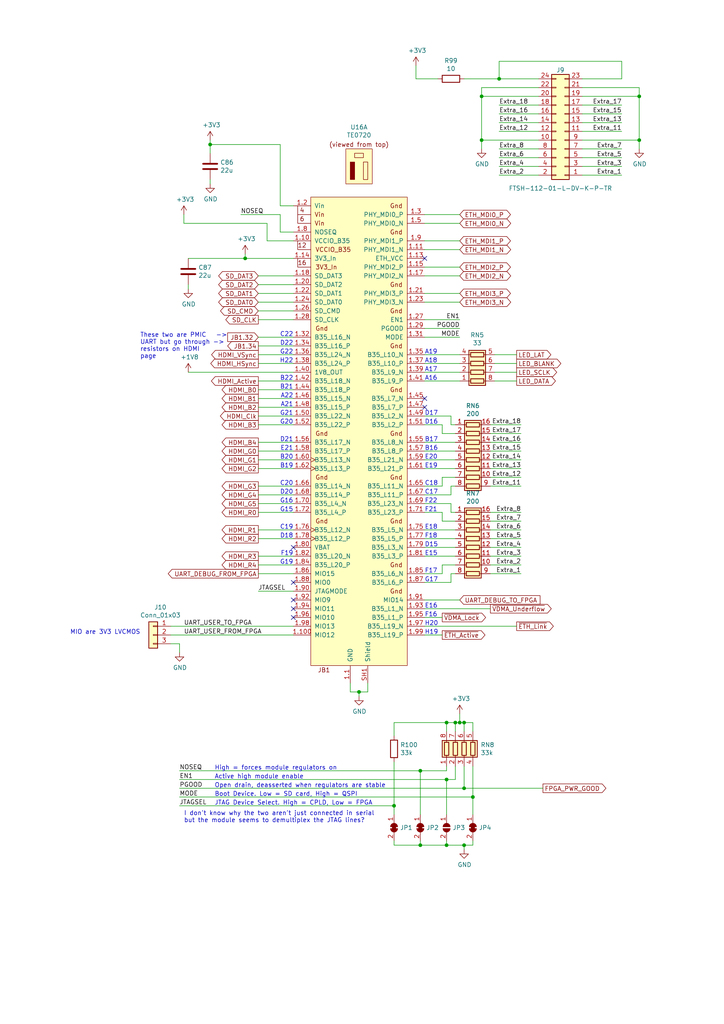
<source format=kicad_sch>
(kicad_sch (version 20210126) (generator eeschema)
  (paper "A4" portrait)
  (title_block (rev "DRAFT") (company "M0WUT"))
  (junction (at 60.96 41.91) (diameter 0.9144))
  (junction (at 71.12 74.93) (diameter 0.9144))
  (junction (at 104.14 200.66) (diameter 0.9144))
  (junction (at 114.3 233.68) (diameter 0.9144))
  (junction (at 121.92 223.52) (diameter 0.9144))
  (junction (at 121.92 245.11) (diameter 0.9144))
  (junction (at 129.54 209.55) (diameter 0.9144))
  (junction (at 129.54 226.06) (diameter 0.9144))
  (junction (at 129.54 245.11) (diameter 0.9144))
  (junction (at 132.08 209.55) (diameter 0.9144))
  (junction (at 133.35 209.55) (diameter 0.9144))
  (junction (at 134.62 209.55) (diameter 0.9144))
  (junction (at 134.62 228.6) (diameter 0.9144))
  (junction (at 134.62 245.11) (diameter 0.9144))
  (junction (at 137.16 231.14) (diameter 0.9144))
  (junction (at 139.7 27.94) (diameter 0.9144))
  (junction (at 139.7 40.64) (diameter 0.9144))
  (junction (at 144.78 22.86) (diameter 0.9144))
  (junction (at 185.42 27.94) (diameter 0.9144))
  (junction (at 185.42 40.64) (diameter 0.9144))
  (no_connect (at 85.09 158.75))
  (no_connect (at 85.09 168.91))
  (no_connect (at 85.09 173.99))
  (no_connect (at 85.09 176.53))
  (no_connect (at 85.09 179.07))
  (no_connect (at 123.19 74.93))
  (no_connect (at 123.19 115.57))
  (no_connect (at 123.19 118.11))
  (wire (pts (xy 49.53 181.61) (xy 85.09 181.61)))
  (wire (pts (xy 49.53 184.15) (xy 85.09 184.15)))
  (wire (pts (xy 49.53 186.69) (xy 52.07 186.69)))
  (wire (pts (xy 52.07 186.69) (xy 52.07 189.23)))
  (wire (pts (xy 52.07 223.52) (xy 121.92 223.52)))
  (wire (pts (xy 52.07 226.06) (xy 129.54 226.06)))
  (wire (pts (xy 52.07 228.6) (xy 134.62 228.6)))
  (wire (pts (xy 52.07 231.14) (xy 137.16 231.14)))
  (wire (pts (xy 52.07 233.68) (xy 114.3 233.68)))
  (wire (pts (xy 53.34 62.23) (xy 53.34 64.77)))
  (wire (pts (xy 53.34 64.77) (xy 77.47 64.77)))
  (wire (pts (xy 54.61 74.93) (xy 71.12 74.93)))
  (wire (pts (xy 54.61 83.82) (xy 54.61 82.55)))
  (wire (pts (xy 54.61 107.95) (xy 85.09 107.95)))
  (wire (pts (xy 60.96 41.91) (xy 60.96 40.64)))
  (wire (pts (xy 60.96 44.45) (xy 60.96 41.91)))
  (wire (pts (xy 60.96 53.34) (xy 60.96 52.07)))
  (wire (pts (xy 71.12 74.93) (xy 71.12 73.66)))
  (wire (pts (xy 74.93 92.71) (xy 85.09 92.71)))
  (wire (pts (xy 74.93 110.49) (xy 85.09 110.49)))
  (wire (pts (xy 74.93 113.03) (xy 85.09 113.03)))
  (wire (pts (xy 77.47 64.77) (xy 77.47 69.85)))
  (wire (pts (xy 77.47 69.85) (xy 85.09 69.85)))
  (wire (pts (xy 81.28 41.91) (xy 60.96 41.91)))
  (wire (pts (xy 81.28 59.69) (xy 81.28 41.91)))
  (wire (pts (xy 81.28 59.69) (xy 85.09 59.69)))
  (wire (pts (xy 81.28 62.23) (xy 69.85 62.23)))
  (wire (pts (xy 81.28 67.31) (xy 81.28 62.23)))
  (wire (pts (xy 85.09 67.31) (xy 81.28 67.31)))
  (wire (pts (xy 85.09 74.93) (xy 71.12 74.93)))
  (wire (pts (xy 85.09 80.01) (xy 74.93 80.01)))
  (wire (pts (xy 85.09 82.55) (xy 74.93 82.55)))
  (wire (pts (xy 85.09 85.09) (xy 74.93 85.09)))
  (wire (pts (xy 85.09 87.63) (xy 74.93 87.63)))
  (wire (pts (xy 85.09 90.17) (xy 74.93 90.17)))
  (wire (pts (xy 85.09 97.79) (xy 74.93 97.79)))
  (wire (pts (xy 85.09 100.33) (xy 74.93 100.33)))
  (wire (pts (xy 85.09 102.87) (xy 74.93 102.87)))
  (wire (pts (xy 85.09 105.41) (xy 74.93 105.41)))
  (wire (pts (xy 85.09 115.57) (xy 74.93 115.57)))
  (wire (pts (xy 85.09 118.11) (xy 74.93 118.11)))
  (wire (pts (xy 85.09 120.65) (xy 74.93 120.65)))
  (wire (pts (xy 85.09 123.19) (xy 74.93 123.19)))
  (wire (pts (xy 85.09 128.27) (xy 74.93 128.27)))
  (wire (pts (xy 85.09 130.81) (xy 74.93 130.81)))
  (wire (pts (xy 85.09 133.35) (xy 74.93 133.35)))
  (wire (pts (xy 85.09 135.89) (xy 74.93 135.89)))
  (wire (pts (xy 85.09 140.97) (xy 74.93 140.97)))
  (wire (pts (xy 85.09 143.51) (xy 74.93 143.51)))
  (wire (pts (xy 85.09 146.05) (xy 74.93 146.05)))
  (wire (pts (xy 85.09 148.59) (xy 74.93 148.59)))
  (wire (pts (xy 85.09 153.67) (xy 74.93 153.67)))
  (wire (pts (xy 85.09 156.21) (xy 74.93 156.21)))
  (wire (pts (xy 85.09 161.29) (xy 74.93 161.29)))
  (wire (pts (xy 85.09 163.83) (xy 74.93 163.83)))
  (wire (pts (xy 85.09 166.37) (xy 74.93 166.37)))
  (wire (pts (xy 85.09 171.45) (xy 74.93 171.45)))
  (wire (pts (xy 101.6 198.12) (xy 101.6 200.66)))
  (wire (pts (xy 101.6 200.66) (xy 104.14 200.66)))
  (wire (pts (xy 104.14 200.66) (xy 106.68 200.66)))
  (wire (pts (xy 104.14 201.93) (xy 104.14 200.66)))
  (wire (pts (xy 106.68 200.66) (xy 106.68 198.12)))
  (wire (pts (xy 114.3 209.55) (xy 114.3 213.36)))
  (wire (pts (xy 114.3 220.98) (xy 114.3 233.68)))
  (wire (pts (xy 114.3 233.68) (xy 114.3 236.22)))
  (wire (pts (xy 114.3 245.11) (xy 114.3 243.84)))
  (wire (pts (xy 120.65 22.86) (xy 120.65 19.05)))
  (wire (pts (xy 121.92 223.52) (xy 129.54 223.52)))
  (wire (pts (xy 121.92 236.22) (xy 121.92 223.52)))
  (wire (pts (xy 121.92 245.11) (xy 114.3 245.11)))
  (wire (pts (xy 121.92 245.11) (xy 121.92 243.84)))
  (wire (pts (xy 123.19 92.71) (xy 133.35 92.71)))
  (wire (pts (xy 123.19 95.25) (xy 133.35 95.25)))
  (wire (pts (xy 123.19 97.79) (xy 133.35 97.79)))
  (wire (pts (xy 123.19 102.87) (xy 133.35 102.87)))
  (wire (pts (xy 123.19 105.41) (xy 133.35 105.41)))
  (wire (pts (xy 123.19 107.95) (xy 133.35 107.95)))
  (wire (pts (xy 123.19 110.49) (xy 133.35 110.49)))
  (wire (pts (xy 123.19 120.65) (xy 130.81 120.65)))
  (wire (pts (xy 123.19 123.19) (xy 128.27 123.19)))
  (wire (pts (xy 123.19 128.27) (xy 132.08 128.27)))
  (wire (pts (xy 123.19 130.81) (xy 132.08 130.81)))
  (wire (pts (xy 123.19 133.35) (xy 132.08 133.35)))
  (wire (pts (xy 123.19 135.89) (xy 132.08 135.89)))
  (wire (pts (xy 123.19 146.05) (xy 130.81 146.05)))
  (wire (pts (xy 123.19 148.59) (xy 128.27 148.59)))
  (wire (pts (xy 123.19 153.67) (xy 132.08 153.67)))
  (wire (pts (xy 123.19 156.21) (xy 132.08 156.21)))
  (wire (pts (xy 123.19 158.75) (xy 132.08 158.75)))
  (wire (pts (xy 123.19 161.29) (xy 132.08 161.29)))
  (wire (pts (xy 123.19 166.37) (xy 128.27 166.37)))
  (wire (pts (xy 123.19 173.99) (xy 133.35 173.99)))
  (wire (pts (xy 123.19 176.53) (xy 142.24 176.53)))
  (wire (pts (xy 123.19 179.07) (xy 128.27 179.07)))
  (wire (pts (xy 123.19 181.61) (xy 149.86 181.61)))
  (wire (pts (xy 123.19 184.15) (xy 128.27 184.15)))
  (wire (pts (xy 127 22.86) (xy 120.65 22.86)))
  (wire (pts (xy 128.27 123.19) (xy 128.27 125.73)))
  (wire (pts (xy 128.27 125.73) (xy 132.08 125.73)))
  (wire (pts (xy 128.27 138.43) (xy 128.27 140.97)))
  (wire (pts (xy 128.27 140.97) (xy 123.19 140.97)))
  (wire (pts (xy 128.27 148.59) (xy 128.27 151.13)))
  (wire (pts (xy 128.27 151.13) (xy 132.08 151.13)))
  (wire (pts (xy 128.27 163.83) (xy 128.27 166.37)))
  (wire (pts (xy 129.54 209.55) (xy 114.3 209.55)))
  (wire (pts (xy 129.54 209.55) (xy 132.08 209.55)))
  (wire (pts (xy 129.54 212.09) (xy 129.54 209.55)))
  (wire (pts (xy 129.54 223.52) (xy 129.54 222.25)))
  (wire (pts (xy 129.54 226.06) (xy 132.08 226.06)))
  (wire (pts (xy 129.54 236.22) (xy 129.54 226.06)))
  (wire (pts (xy 129.54 243.84) (xy 129.54 245.11)))
  (wire (pts (xy 129.54 245.11) (xy 121.92 245.11)))
  (wire (pts (xy 129.54 245.11) (xy 134.62 245.11)))
  (wire (pts (xy 130.81 120.65) (xy 130.81 123.19)))
  (wire (pts (xy 130.81 123.19) (xy 132.08 123.19)))
  (wire (pts (xy 130.81 140.97) (xy 130.81 143.51)))
  (wire (pts (xy 130.81 143.51) (xy 123.19 143.51)))
  (wire (pts (xy 130.81 146.05) (xy 130.81 148.59)))
  (wire (pts (xy 130.81 148.59) (xy 132.08 148.59)))
  (wire (pts (xy 130.81 166.37) (xy 130.81 168.91)))
  (wire (pts (xy 130.81 168.91) (xy 123.19 168.91)))
  (wire (pts (xy 132.08 138.43) (xy 128.27 138.43)))
  (wire (pts (xy 132.08 140.97) (xy 130.81 140.97)))
  (wire (pts (xy 132.08 163.83) (xy 128.27 163.83)))
  (wire (pts (xy 132.08 166.37) (xy 130.81 166.37)))
  (wire (pts (xy 132.08 209.55) (xy 133.35 209.55)))
  (wire (pts (xy 132.08 212.09) (xy 132.08 209.55)))
  (wire (pts (xy 132.08 226.06) (xy 132.08 222.25)))
  (wire (pts (xy 133.35 62.23) (xy 123.19 62.23)))
  (wire (pts (xy 133.35 64.77) (xy 123.19 64.77)))
  (wire (pts (xy 133.35 69.85) (xy 123.19 69.85)))
  (wire (pts (xy 133.35 72.39) (xy 123.19 72.39)))
  (wire (pts (xy 133.35 77.47) (xy 123.19 77.47)))
  (wire (pts (xy 133.35 80.01) (xy 123.19 80.01)))
  (wire (pts (xy 133.35 85.09) (xy 123.19 85.09)))
  (wire (pts (xy 133.35 87.63) (xy 123.19 87.63)))
  (wire (pts (xy 133.35 209.55) (xy 133.35 207.01)))
  (wire (pts (xy 133.35 209.55) (xy 134.62 209.55)))
  (wire (pts (xy 134.62 22.86) (xy 144.78 22.86)))
  (wire (pts (xy 134.62 209.55) (xy 137.16 209.55)))
  (wire (pts (xy 134.62 212.09) (xy 134.62 209.55)))
  (wire (pts (xy 134.62 228.6) (xy 134.62 222.25)))
  (wire (pts (xy 134.62 228.6) (xy 157.48 228.6)))
  (wire (pts (xy 134.62 245.11) (xy 137.16 245.11)))
  (wire (pts (xy 134.62 246.38) (xy 134.62 245.11)))
  (wire (pts (xy 137.16 209.55) (xy 137.16 212.09)))
  (wire (pts (xy 137.16 222.25) (xy 137.16 231.14)))
  (wire (pts (xy 137.16 231.14) (xy 137.16 236.22)))
  (wire (pts (xy 137.16 245.11) (xy 137.16 243.84)))
  (wire (pts (xy 139.7 25.4) (xy 139.7 27.94)))
  (wire (pts (xy 139.7 25.4) (xy 156.21 25.4)))
  (wire (pts (xy 139.7 27.94) (xy 139.7 40.64)))
  (wire (pts (xy 139.7 40.64) (xy 139.7 43.18)))
  (wire (pts (xy 143.51 102.87) (xy 149.86 102.87)))
  (wire (pts (xy 143.51 105.41) (xy 149.86 105.41)))
  (wire (pts (xy 143.51 107.95) (xy 149.86 107.95)))
  (wire (pts (xy 143.51 110.49) (xy 149.86 110.49)))
  (wire (pts (xy 144.78 17.78) (xy 144.78 22.86)))
  (wire (pts (xy 151.13 123.19) (xy 142.24 123.19)))
  (wire (pts (xy 151.13 125.73) (xy 142.24 125.73)))
  (wire (pts (xy 151.13 128.27) (xy 142.24 128.27)))
  (wire (pts (xy 151.13 130.81) (xy 142.24 130.81)))
  (wire (pts (xy 151.13 133.35) (xy 142.24 133.35)))
  (wire (pts (xy 151.13 135.89) (xy 142.24 135.89)))
  (wire (pts (xy 151.13 138.43) (xy 142.24 138.43)))
  (wire (pts (xy 151.13 140.97) (xy 142.24 140.97)))
  (wire (pts (xy 151.13 148.59) (xy 142.24 148.59)))
  (wire (pts (xy 151.13 151.13) (xy 142.24 151.13)))
  (wire (pts (xy 151.13 153.67) (xy 142.24 153.67)))
  (wire (pts (xy 151.13 156.21) (xy 142.24 156.21)))
  (wire (pts (xy 151.13 158.75) (xy 142.24 158.75)))
  (wire (pts (xy 151.13 161.29) (xy 142.24 161.29)))
  (wire (pts (xy 151.13 163.83) (xy 142.24 163.83)))
  (wire (pts (xy 151.13 166.37) (xy 142.24 166.37)))
  (wire (pts (xy 156.21 22.86) (xy 144.78 22.86)))
  (wire (pts (xy 156.21 27.94) (xy 139.7 27.94)))
  (wire (pts (xy 156.21 30.48) (xy 144.78 30.48)))
  (wire (pts (xy 156.21 33.02) (xy 144.78 33.02)))
  (wire (pts (xy 156.21 35.56) (xy 144.78 35.56)))
  (wire (pts (xy 156.21 38.1) (xy 144.78 38.1)))
  (wire (pts (xy 156.21 40.64) (xy 139.7 40.64)))
  (wire (pts (xy 156.21 43.18) (xy 144.78 43.18)))
  (wire (pts (xy 156.21 45.72) (xy 144.78 45.72)))
  (wire (pts (xy 156.21 48.26) (xy 144.78 48.26)))
  (wire (pts (xy 156.21 50.8) (xy 144.78 50.8)))
  (wire (pts (xy 168.91 22.86) (xy 180.34 22.86)))
  (wire (pts (xy 168.91 25.4) (xy 185.42 25.4)))
  (wire (pts (xy 168.91 27.94) (xy 185.42 27.94)))
  (wire (pts (xy 168.91 30.48) (xy 180.34 30.48)))
  (wire (pts (xy 168.91 33.02) (xy 180.34 33.02)))
  (wire (pts (xy 168.91 35.56) (xy 180.34 35.56)))
  (wire (pts (xy 168.91 38.1) (xy 180.34 38.1)))
  (wire (pts (xy 168.91 40.64) (xy 185.42 40.64)))
  (wire (pts (xy 168.91 43.18) (xy 180.34 43.18)))
  (wire (pts (xy 168.91 45.72) (xy 180.34 45.72)))
  (wire (pts (xy 168.91 48.26) (xy 180.34 48.26)))
  (wire (pts (xy 168.91 50.8) (xy 180.34 50.8)))
  (wire (pts (xy 180.34 17.78) (xy 144.78 17.78)))
  (wire (pts (xy 180.34 22.86) (xy 180.34 17.78)))
  (wire (pts (xy 185.42 25.4) (xy 185.42 27.94)))
  (wire (pts (xy 185.42 27.94) (xy 185.42 40.64)))
  (wire (pts (xy 185.42 40.64) (xy 185.42 43.18)))
  (text "MIO are 3V3 LVCMOS" (at 20.32 184.15 0) (effects (font (size 1.27 1.27)) (justify left bottom)))
  (text "These two are PMIC   ->\nUART but go through ->\nresistors on HDMI\npage" (at 40.64 104.14 0) (effects (font (size 1.27 1.27)) (justify left bottom)))
  (text "I don't know why the two aren't just connected in serial\nbut the module seems to demultiplex the JTAG lines?" (at 53.34 238.76 0) (effects (font (size 1.27 1.27)) (justify left bottom)))
  (text "High = forces module regulators on" (at 62.23 223.52 0) (effects (font (size 1.27 1.27)) (justify left bottom)))
  (text "Active high module enable" (at 62.23 226.06 0) (effects (font (size 1.27 1.27)) (justify left bottom)))
  (text "Open drain, deasserted when regulators are stable" (at 62.23 228.6 0) (effects (font (size 1.27 1.27)) (justify left bottom)))
  (text "Boot Device. Low = SD card, High = QSPI" (at 62.23 231.14 0) (effects (font (size 1.27 1.27)) (justify left bottom)))
  (text "JTAG Device Select. High = CPLD, Low = FPGA" (at 62.23 233.68 0) (effects (font (size 1.27 1.27)) (justify left bottom)))
  (text "C22" (at 85.09 97.79 180) (effects (font (size 1.27 1.27)) (justify right bottom)))
  (text "D22" (at 85.09 100.33 180) (effects (font (size 1.27 1.27)) (justify right bottom)))
  (text "G22" (at 85.09 102.87 180) (effects (font (size 1.27 1.27)) (justify right bottom)))
  (text "H22" (at 85.09 105.41 180) (effects (font (size 1.27 1.27)) (justify right bottom)))
  (text "B22" (at 85.09 110.49 180) (effects (font (size 1.27 1.27)) (justify right bottom)))
  (text "B21" (at 85.09 113.03 180) (effects (font (size 1.27 1.27)) (justify right bottom)))
  (text "A22" (at 85.09 115.57 180) (effects (font (size 1.27 1.27)) (justify right bottom)))
  (text "A21" (at 85.09 118.11 180) (effects (font (size 1.27 1.27)) (justify right bottom)))
  (text "G21" (at 85.09 120.65 180) (effects (font (size 1.27 1.27)) (justify right bottom)))
  (text "G20" (at 85.09 123.19 180) (effects (font (size 1.27 1.27)) (justify right bottom)))
  (text "D21" (at 85.09 128.27 180) (effects (font (size 1.27 1.27)) (justify right bottom)))
  (text "E21" (at 85.09 130.81 180) (effects (font (size 1.27 1.27)) (justify right bottom)))
  (text "B20" (at 85.09 133.35 180) (effects (font (size 1.27 1.27)) (justify right bottom)))
  (text "B19" (at 85.09 135.89 180) (effects (font (size 1.27 1.27)) (justify right bottom)))
  (text "C20" (at 85.09 140.97 180) (effects (font (size 1.27 1.27)) (justify right bottom)))
  (text "D20" (at 85.09 143.51 180) (effects (font (size 1.27 1.27)) (justify right bottom)))
  (text "G16" (at 85.09 146.05 180) (effects (font (size 1.27 1.27)) (justify right bottom)))
  (text "G15" (at 85.09 148.59 180) (effects (font (size 1.27 1.27)) (justify right bottom)))
  (text "C19" (at 85.09 153.67 180) (effects (font (size 1.27 1.27)) (justify right bottom)))
  (text "D18" (at 85.09 156.21 180) (effects (font (size 1.27 1.27)) (justify right bottom)))
  (text "F19" (at 85.09 161.29 180) (effects (font (size 1.27 1.27)) (justify right bottom)))
  (text "G19" (at 85.09 163.83 180) (effects (font (size 1.27 1.27)) (justify right bottom)))
  (text "A19" (at 123.19 102.87 0) (effects (font (size 1.27 1.27)) (justify left bottom)))
  (text "A18" (at 123.19 105.41 0) (effects (font (size 1.27 1.27)) (justify left bottom)))
  (text "A17" (at 123.19 107.95 0) (effects (font (size 1.27 1.27)) (justify left bottom)))
  (text "A16" (at 123.19 110.49 0) (effects (font (size 1.27 1.27)) (justify left bottom)))
  (text "D17" (at 123.19 120.65 0) (effects (font (size 1.27 1.27)) (justify left bottom)))
  (text "D16" (at 123.19 123.19 0) (effects (font (size 1.27 1.27)) (justify left bottom)))
  (text "B17" (at 123.19 128.27 0) (effects (font (size 1.27 1.27)) (justify left bottom)))
  (text "B16" (at 123.19 130.81 0) (effects (font (size 1.27 1.27)) (justify left bottom)))
  (text "E20" (at 123.19 133.35 0) (effects (font (size 1.27 1.27)) (justify left bottom)))
  (text "E19" (at 123.19 135.89 0) (effects (font (size 1.27 1.27)) (justify left bottom)))
  (text "C18" (at 123.19 140.97 0) (effects (font (size 1.27 1.27)) (justify left bottom)))
  (text "C17" (at 123.19 143.51 0) (effects (font (size 1.27 1.27)) (justify left bottom)))
  (text "F22" (at 123.19 146.05 0) (effects (font (size 1.27 1.27)) (justify left bottom)))
  (text "F21" (at 123.19 148.59 0) (effects (font (size 1.27 1.27)) (justify left bottom)))
  (text "E18" (at 123.19 153.67 0) (effects (font (size 1.27 1.27)) (justify left bottom)))
  (text "F18" (at 123.19 156.21 0) (effects (font (size 1.27 1.27)) (justify left bottom)))
  (text "D15" (at 123.19 158.75 0) (effects (font (size 1.27 1.27)) (justify left bottom)))
  (text "E15" (at 123.19 161.29 0) (effects (font (size 1.27 1.27)) (justify left bottom)))
  (text "F17" (at 123.19 166.37 0) (effects (font (size 1.27 1.27)) (justify left bottom)))
  (text "G17" (at 123.19 168.91 0) (effects (font (size 1.27 1.27)) (justify left bottom)))
  (text "E16" (at 123.19 176.53 0) (effects (font (size 1.27 1.27)) (justify left bottom)))
  (text "F16" (at 123.19 179.07 0) (effects (font (size 1.27 1.27)) (justify left bottom)))
  (text "H20" (at 123.19 181.61 0) (effects (font (size 1.27 1.27)) (justify left bottom)))
  (text "H19" (at 123.19 184.15 0) (effects (font (size 1.27 1.27)) (justify left bottom)))
  (label "NOSEQ" (at 52.07 223.52 0))
  (label "EN1" (at 52.07 226.06 0))
  (label "PGOOD" (at 52.07 228.6 0))
  (label "MODE" (at 52.07 231.14 0))
  (label "JTAGSEL" (at 52.07 233.68 0))
  (label "UART_USER_TO_FPGA" (at 53.34 181.61 0))
  (label "UART_USER_FROM_FPGA" (at 53.34 184.15 0))
  (label "NOSEQ" (at 69.85 62.23 0))
  (label "JTAGSEL" (at 74.93 171.45 0))
  (label "EN1" (at 133.35 92.71 180))
  (label "PGOOD" (at 133.35 95.25 180))
  (label "MODE" (at 133.35 97.79 180))
  (label "Extra_18" (at 144.78 30.48 0))
  (label "Extra_16" (at 144.78 33.02 0))
  (label "Extra_14" (at 144.78 35.56 0))
  (label "Extra_12" (at 144.78 38.1 0))
  (label "Extra_8" (at 144.78 43.18 0))
  (label "Extra_6" (at 144.78 45.72 0))
  (label "Extra_4" (at 144.78 48.26 0))
  (label "Extra_2" (at 144.78 50.8 0))
  (label "Extra_18" (at 151.13 123.19 180))
  (label "Extra_17" (at 151.13 125.73 180))
  (label "Extra_16" (at 151.13 128.27 180))
  (label "Extra_15" (at 151.13 130.81 180))
  (label "Extra_14" (at 151.13 133.35 180))
  (label "Extra_13" (at 151.13 135.89 180))
  (label "Extra_12" (at 151.13 138.43 180))
  (label "Extra_11" (at 151.13 140.97 180))
  (label "Extra_8" (at 151.13 148.59 180))
  (label "Extra_7" (at 151.13 151.13 180))
  (label "Extra_6" (at 151.13 153.67 180))
  (label "Extra_5" (at 151.13 156.21 180))
  (label "Extra_4" (at 151.13 158.75 180))
  (label "Extra_3" (at 151.13 161.29 180))
  (label "Extra_2" (at 151.13 163.83 180))
  (label "Extra_1" (at 151.13 166.37 180))
  (label "Extra_17" (at 180.34 30.48 180))
  (label "Extra_15" (at 180.34 33.02 180))
  (label "Extra_13" (at 180.34 35.56 180))
  (label "Extra_11" (at 180.34 38.1 180))
  (label "Extra_7" (at 180.34 43.18 180))
  (label "Extra_5" (at 180.34 45.72 180))
  (label "Extra_3" (at 180.34 48.26 180))
  (label "Extra_1" (at 180.34 50.8 180))
  (global_label "SD_DAT3" (shape bidirectional) (at 74.93 80.01 180) (property "Intersheet References" "${INTERSHEET_REFS}" (effects hide)))
  (global_label "SD_DAT2" (shape bidirectional) (at 74.93 82.55 180) (property "Intersheet References" "${INTERSHEET_REFS}" (effects hide)))
  (global_label "SD_DAT1" (shape bidirectional) (at 74.93 85.09 180) (property "Intersheet References" "${INTERSHEET_REFS}" (effects hide)))
  (global_label "SD_DAT0" (shape bidirectional) (at 74.93 87.63 180) (property "Intersheet References" "${INTERSHEET_REFS}" (effects hide)))
  (global_label "SD_CMD" (shape bidirectional) (at 74.93 90.17 180) (property "Intersheet References" "${INTERSHEET_REFS}" (effects hide)))
  (global_label "SD_CLK" (shape output) (at 74.93 92.71 180) (property "Intersheet References" "${INTERSHEET_REFS}" (effects hide)))
  (global_label "JB1.32" (shape input) (at 74.93 97.79 180) (property "Intersheet References" "${INTERSHEET_REFS}" (effects hide)))
  (global_label "JB1.34" (shape output) (at 74.93 100.33 180) (property "Intersheet References" "${INTERSHEET_REFS}" (effects hide)))
  (global_label "HDMI_VSync" (shape output) (at 74.93 102.87 180) (property "Intersheet References" "${INTERSHEET_REFS}" (effects hide)))
  (global_label "HDMI_HSync" (shape output) (at 74.93 105.41 180) (property "Intersheet References" "${INTERSHEET_REFS}" (effects hide)))
  (global_label "HDMI_Active" (shape output) (at 74.93 110.49 180) (property "Intersheet References" "${INTERSHEET_REFS}" (effects hide)))
  (global_label "HDMI_B0" (shape output) (at 74.93 113.03 180) (property "Intersheet References" "${INTERSHEET_REFS}" (effects hide)))
  (global_label "HDMI_B1" (shape output) (at 74.93 115.57 180) (property "Intersheet References" "${INTERSHEET_REFS}" (effects hide)))
  (global_label "HDMI_B2" (shape output) (at 74.93 118.11 180) (property "Intersheet References" "${INTERSHEET_REFS}" (effects hide)))
  (global_label "HDMI_Clk" (shape output) (at 74.93 120.65 180) (property "Intersheet References" "${INTERSHEET_REFS}" (effects hide)))
  (global_label "HDMI_B3" (shape output) (at 74.93 123.19 180) (property "Intersheet References" "${INTERSHEET_REFS}" (effects hide)))
  (global_label "HDMI_B4" (shape output) (at 74.93 128.27 180) (property "Intersheet References" "${INTERSHEET_REFS}" (effects hide)))
  (global_label "HDMI_G0" (shape output) (at 74.93 130.81 180) (property "Intersheet References" "${INTERSHEET_REFS}" (effects hide)))
  (global_label "HDMI_G1" (shape output) (at 74.93 133.35 180) (property "Intersheet References" "${INTERSHEET_REFS}" (effects hide)))
  (global_label "HDMI_G2" (shape output) (at 74.93 135.89 180) (property "Intersheet References" "${INTERSHEET_REFS}" (effects hide)))
  (global_label "HDMI_G3" (shape output) (at 74.93 140.97 180) (property "Intersheet References" "${INTERSHEET_REFS}" (effects hide)))
  (global_label "HDMI_G4" (shape output) (at 74.93 143.51 180) (property "Intersheet References" "${INTERSHEET_REFS}" (effects hide)))
  (global_label "HDMI_G5" (shape output) (at 74.93 146.05 180) (property "Intersheet References" "${INTERSHEET_REFS}" (effects hide)))
  (global_label "HDMI_R0" (shape output) (at 74.93 148.59 180) (property "Intersheet References" "${INTERSHEET_REFS}" (effects hide)))
  (global_label "HDMI_R1" (shape output) (at 74.93 153.67 180) (property "Intersheet References" "${INTERSHEET_REFS}" (effects hide)))
  (global_label "HDMI_R2" (shape output) (at 74.93 156.21 180) (property "Intersheet References" "${INTERSHEET_REFS}" (effects hide)))
  (global_label "HDMI_R3" (shape output) (at 74.93 161.29 180) (property "Intersheet References" "${INTERSHEET_REFS}" (effects hide)))
  (global_label "HDMI_R4" (shape output) (at 74.93 163.83 180) (property "Intersheet References" "${INTERSHEET_REFS}" (effects hide)))
  (global_label "UART_DEBUG_FROM_FPGA" (shape output) (at 74.93 166.37 180) (property "Intersheet References" "${INTERSHEET_REFS}" (effects hide)))
  (global_label "~VDMA_Lock" (shape output) (at 128.27 179.07 0) (property "Intersheet References" "${INTERSHEET_REFS}" (effects hide)))
  (global_label "~ETH_Active" (shape output) (at 128.27 184.15 0) (property "Intersheet References" "${INTERSHEET_REFS}" (effects hide)))
  (global_label "ETH_MDI0_P" (shape bidirectional) (at 133.35 62.23 0) (property "Intersheet References" "${INTERSHEET_REFS}" (effects hide)))
  (global_label "ETH_MDI0_N" (shape bidirectional) (at 133.35 64.77 0) (property "Intersheet References" "${INTERSHEET_REFS}" (effects hide)))
  (global_label "ETH_MDI1_P" (shape bidirectional) (at 133.35 69.85 0) (property "Intersheet References" "${INTERSHEET_REFS}" (effects hide)))
  (global_label "ETH_MDI1_N" (shape bidirectional) (at 133.35 72.39 0) (property "Intersheet References" "${INTERSHEET_REFS}" (effects hide)))
  (global_label "ETH_MDI2_P" (shape bidirectional) (at 133.35 77.47 0) (property "Intersheet References" "${INTERSHEET_REFS}" (effects hide)))
  (global_label "ETH_MDI2_N" (shape bidirectional) (at 133.35 80.01 0) (property "Intersheet References" "${INTERSHEET_REFS}" (effects hide)))
  (global_label "ETH_MDI3_P" (shape bidirectional) (at 133.35 85.09 0) (property "Intersheet References" "${INTERSHEET_REFS}" (effects hide)))
  (global_label "ETH_MDI3_N" (shape bidirectional) (at 133.35 87.63 0) (property "Intersheet References" "${INTERSHEET_REFS}" (effects hide)))
  (global_label "UART_DEBUG_TO_FPGA" (shape input) (at 133.35 173.99 0) (property "Intersheet References" "${INTERSHEET_REFS}" (effects hide)))
  (global_label "~VDMA_Underflow" (shape output) (at 142.24 176.53 0) (property "Intersheet References" "${INTERSHEET_REFS}" (effects hide)))
  (global_label "LED_LAT" (shape output) (at 149.86 102.87 0) (property "Intersheet References" "${INTERSHEET_REFS}" (effects hide)))
  (global_label "LED_BLANK" (shape output) (at 149.86 105.41 0) (property "Intersheet References" "${INTERSHEET_REFS}" (effects hide)))
  (global_label "LED_SCLK" (shape output) (at 149.86 107.95 0) (property "Intersheet References" "${INTERSHEET_REFS}" (effects hide)))
  (global_label "LED_DATA" (shape output) (at 149.86 110.49 0) (property "Intersheet References" "${INTERSHEET_REFS}" (effects hide)))
  (global_label "~ETH_Link" (shape output) (at 149.86 181.61 0) (property "Intersheet References" "${INTERSHEET_REFS}" (effects hide)))
  (global_label "FPGA_PWR_GOOD" (shape output) (at 157.48 228.6 0) (property "Intersheet References" "${INTERSHEET_REFS}" (effects hide)))
  (symbol (lib_id "power:+3.3V") (at 53.34 62.23 0) (unit 1)
    (property "Reference" "#PWR0118" (effects hide))
    (property "Value" "+3.3V" (at 53.721 57.8358 0))
  )
  (symbol (lib_id "power:+1V8") (at 54.61 107.95 0) (unit 1)
    (property "Reference" "#PWR0121" (effects hide))
    (property "Value" "+1V8" (at 54.991 103.5558 0))
  )
  (symbol (lib_id "power:+3.3V") (at 60.96 40.64 0) (unit 1)
    (property "Reference" "#PWR0114" (effects hide))
    (property "Value" "+3.3V" (at 61.341 36.2458 0))
  )
  (symbol (lib_id "power:+3.3V") (at 71.12 73.66 0) (unit 1)
    (property "Reference" "#PWR0119" (effects hide))
    (property "Value" "+3.3V" (at 71.501 69.2658 0))
  )
  (symbol (lib_id "power:+3.3V") (at 120.65 19.05 0) (unit 1)
    (property "Reference" "#PWR0113" (effects hide))
    (property "Value" "+3.3V" (at 121.031 14.6558 0))
  )
  (symbol (lib_id "power:+3.3V") (at 133.35 207.01 0) (unit 1)
    (property "Reference" "#PWR0124" (effects hide))
    (property "Value" "+3.3V" (at 133.731 202.6158 0))
  )
  (symbol (lib_id "power:GND") (at 52.07 189.23 0) (unit 1)
    (property "Reference" "#PWR0122" (effects hide))
    (property "Value" "GND" (at 52.197 193.6242 0))
  )
  (symbol (lib_id "power:GND") (at 54.61 83.82 0) (unit 1)
    (property "Reference" "#PWR0120" (effects hide))
    (property "Value" "GND" (at 54.737 88.2142 0))
  )
  (symbol (lib_id "power:GND") (at 60.96 53.34 0) (unit 1)
    (property "Reference" "#PWR0117" (effects hide))
    (property "Value" "GND" (at 61.087 57.7342 0))
  )
  (symbol (lib_id "power:GND") (at 104.14 201.93 0) (unit 1)
    (property "Reference" "#PWR0123" (effects hide))
    (property "Value" "GND" (at 104.267 206.3242 0))
  )
  (symbol (lib_id "power:GND") (at 134.62 246.38 0) (unit 1)
    (property "Reference" "#PWR0125" (effects hide))
    (property "Value" "GND" (at 134.747 250.7742 0))
  )
  (symbol (lib_id "power:GND") (at 139.7 43.18 0) (unit 1)
    (property "Reference" "#PWR0115" (effects hide))
    (property "Value" "GND" (at 139.827 47.5742 0))
  )
  (symbol (lib_id "power:GND") (at 185.42 43.18 0) (unit 1)
    (property "Reference" "#PWR0116" (effects hide))
    (property "Value" "GND" (at 185.547 47.5742 0))
  )
  (symbol (lib_id "Jumper:SolderJumper_2_Bridged") (at 114.3 240.03 270) (unit 1)
    (property "Reference" "JP1" (at 116.0272 240.03 90) (effects (justify left)))
    (property "Value" "SolderJumper_2_Bridged" (effects hide))
    (property "Footprint" "Jumper:SolderJumper-2_P1.3mm_Bridged_RoundedPad1.0x1.5mm" (effects hide))
  )
  (symbol (lib_id "Jumper:SolderJumper_2_Bridged") (at 121.92 240.03 270) (unit 1)
    (property "Reference" "JP2" (at 123.6472 240.03 90) (effects (justify left)))
    (property "Value" "SolderJumper_2_Bridged" (effects hide))
    (property "Footprint" "Jumper:SolderJumper-2_P1.3mm_Bridged_RoundedPad1.0x1.5mm" (effects hide))
  )
  (symbol (lib_id "Jumper:SolderJumper_2_Open") (at 129.54 240.03 270) (unit 1)
    (property "Reference" "JP3" (at 131.2672 240.03 90) (effects (justify left)))
    (property "Value" "SolderJumper_2_Open" (effects hide))
    (property "Footprint" "Jumper:SolderJumper-2_P1.3mm_Open_RoundedPad1.0x1.5mm" (effects hide))
  )
  (symbol (lib_id "Jumper:SolderJumper_2_Bridged") (at 137.16 240.03 270) (unit 1)
    (property "Reference" "JP4" (at 138.8872 240.03 90) (effects (justify left)))
    (property "Value" "SolderJumper_2_Bridged" (effects hide))
    (property "Footprint" "Jumper:SolderJumper-2_P1.3mm_Bridged_RoundedPad1.0x1.5mm" (effects hide))
  )
  (symbol (lib_id "Device:R") (at 114.3 217.17 0) (unit 1)
    (property "Reference" "R100" (at 116.078 216.0016 0) (effects (justify left)))
    (property "Value" "33k" (at 116.078 218.313 0) (effects (justify left)))
    (property "Footprint" "Resistor_SMD:R_0603_1608Metric" (effects hide))
  )
  (symbol (lib_id "Device:R") (at 130.81 22.86 270) (unit 1)
    (property "Reference" "R99" (at 130.81 17.6022 90))
    (property "Value" "10" (at 130.81 19.9136 90))
    (property "Footprint" "Resistor_SMD:R_0603_1608Metric" (effects hide))
  )
  (symbol (lib_id "Device:C") (at 54.61 78.74 0) (unit 1)
    (property "Reference" "C87" (at 57.531 77.5716 0) (effects (justify left)))
    (property "Value" "22u" (at 57.531 79.883 0) (effects (justify left)))
    (property "Footprint" "Capacitor_SMD:C_1210_3225Metric" (effects hide))
  )
  (symbol (lib_id "Device:C") (at 60.96 48.26 0) (unit 1)
    (property "Reference" "C86" (at 63.881 47.0916 0) (effects (justify left)))
    (property "Value" "22u" (at 63.881 49.403 0) (effects (justify left)))
    (property "Footprint" "Capacitor_SMD:C_1210_3225Metric" (effects hide))
  )
  (symbol (lib_id "Connector_Generic:Conn_01x03") (at 44.45 184.15 0) (mirror y) (unit 1)
    (property "Reference" "J10" (at 46.5328 176.0982 0))
    (property "Value" "Conn_01x03" (at 46.5328 178.4096 0))
    (property "Footprint" "Connector_PinHeader_2.54mm:PinHeader_1x03_P2.54mm_Vertical" (effects hide))
  )
  (symbol (lib_id "Device:R_Pack04") (at 134.62 217.17 0) (unit 1)
    (property "Reference" "RN8" (at 139.3952 216.0016 0) (effects (justify left)))
    (property "Value" "33k" (at 139.3952 218.313 0) (effects (justify left)))
    (property "Footprint" "Resistor_SMD:R_Array_Concave_4x0402" (effects hide))
  )
  (symbol (lib_id "Device:R_Pack04") (at 138.43 105.41 270) (mirror x) (unit 1)
    (property "Reference" "RN5" (at 138.43 97.155 90))
    (property "Value" "33" (at 138.43 99.4664 90))
    (property "Footprint" "Resistor_SMD:R_Array_Convex_4x0402" (effects hide))
  )
  (symbol (lib_id "Device:R_Pack08") (at 137.16 133.35 270) (unit 1)
    (property "Reference" "RN6" (at 137.16 117.6782 90))
    (property "Value" "200" (at 137.16 119.9896 90))
    (property "Footprint" "Resistor_SMD:R_Array_Convex_8x0602" (effects hide))
  )
  (symbol (lib_id "Device:R_Pack08") (at 137.16 158.75 270) (unit 1)
    (property "Reference" "RN7" (at 137.16 143.0782 90))
    (property "Value" "200" (at 137.16 145.3896 90))
    (property "Footprint" "Resistor_SMD:R_Array_Convex_8x0602" (effects hide))
  )
  (symbol (lib_id "Connector_Generic:Conn_02x12_Odd_Even") (at 163.83 38.1 180) (unit 1)
    (property "Reference" "J9" (at 162.56 20.32 0))
    (property "Value" "FTSH-112-01-L-DV-K-P-TR" (at 162.56 54.61 0))
    (property "Footprint" "Connector_WUT:Header_Samtec_FTSH-112-01-L-DV-K-P-TR_2x12_1.27mm_SM" (effects hide))
  )
  (symbol (lib_id "IC_WUT:TE0720") (at 104.14 123.19 0) (unit 1)
    (property "Reference" "U16" (at 104.14 36.8808 0))
    (property "Value" "TE0720" (at 104.14 39.1922 0))
    (property "Footprint" "IC_WUT:Trenz_TE0720" (effects hide))
  )
)
</source>
